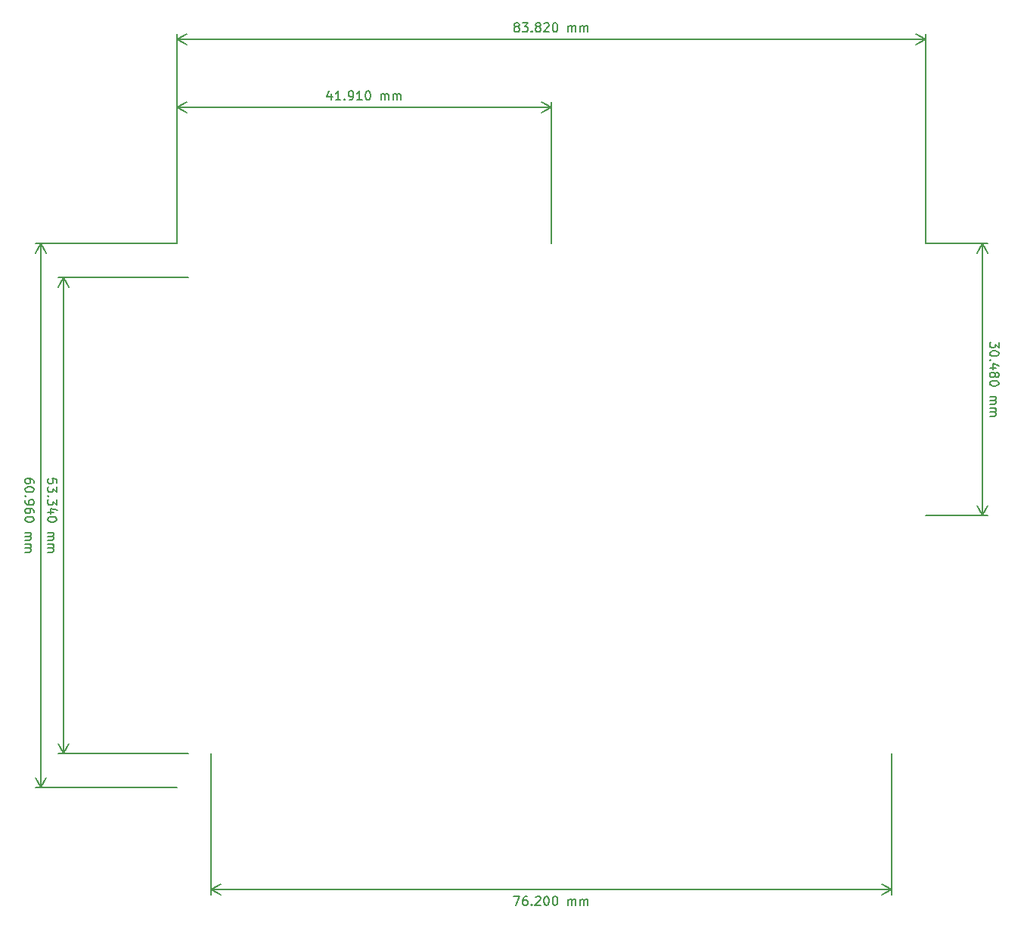
<source format=gbr>
G04 #@! TF.GenerationSoftware,KiCad,Pcbnew,(5.1.9)-1*
G04 #@! TF.CreationDate,2022-04-19T13:51:38+02:00*
G04 #@! TF.ProjectId,thrust_v2,74687275-7374-45f7-9632-2e6b69636164,2.0.3*
G04 #@! TF.SameCoordinates,Original*
G04 #@! TF.FileFunction,OtherDrawing,Comment*
%FSLAX46Y46*%
G04 Gerber Fmt 4.6, Leading zero omitted, Abs format (unit mm)*
G04 Created by KiCad (PCBNEW (5.1.9)-1) date 2022-04-19 13:51:38*
%MOMM*%
%LPD*%
G01*
G04 APERTURE LIST*
%ADD10C,0.150000*%
G04 APERTURE END LIST*
D10*
X139319523Y-139182380D02*
X139986190Y-139182380D01*
X139557619Y-140182380D01*
X140795714Y-139182380D02*
X140605238Y-139182380D01*
X140510000Y-139230000D01*
X140462380Y-139277619D01*
X140367142Y-139420476D01*
X140319523Y-139610952D01*
X140319523Y-139991904D01*
X140367142Y-140087142D01*
X140414761Y-140134761D01*
X140510000Y-140182380D01*
X140700476Y-140182380D01*
X140795714Y-140134761D01*
X140843333Y-140087142D01*
X140890952Y-139991904D01*
X140890952Y-139753809D01*
X140843333Y-139658571D01*
X140795714Y-139610952D01*
X140700476Y-139563333D01*
X140510000Y-139563333D01*
X140414761Y-139610952D01*
X140367142Y-139658571D01*
X140319523Y-139753809D01*
X141319523Y-140087142D02*
X141367142Y-140134761D01*
X141319523Y-140182380D01*
X141271904Y-140134761D01*
X141319523Y-140087142D01*
X141319523Y-140182380D01*
X141748095Y-139277619D02*
X141795714Y-139230000D01*
X141890952Y-139182380D01*
X142129047Y-139182380D01*
X142224285Y-139230000D01*
X142271904Y-139277619D01*
X142319523Y-139372857D01*
X142319523Y-139468095D01*
X142271904Y-139610952D01*
X141700476Y-140182380D01*
X142319523Y-140182380D01*
X142938571Y-139182380D02*
X143033809Y-139182380D01*
X143129047Y-139230000D01*
X143176666Y-139277619D01*
X143224285Y-139372857D01*
X143271904Y-139563333D01*
X143271904Y-139801428D01*
X143224285Y-139991904D01*
X143176666Y-140087142D01*
X143129047Y-140134761D01*
X143033809Y-140182380D01*
X142938571Y-140182380D01*
X142843333Y-140134761D01*
X142795714Y-140087142D01*
X142748095Y-139991904D01*
X142700476Y-139801428D01*
X142700476Y-139563333D01*
X142748095Y-139372857D01*
X142795714Y-139277619D01*
X142843333Y-139230000D01*
X142938571Y-139182380D01*
X143890952Y-139182380D02*
X143986190Y-139182380D01*
X144081428Y-139230000D01*
X144129047Y-139277619D01*
X144176666Y-139372857D01*
X144224285Y-139563333D01*
X144224285Y-139801428D01*
X144176666Y-139991904D01*
X144129047Y-140087142D01*
X144081428Y-140134761D01*
X143986190Y-140182380D01*
X143890952Y-140182380D01*
X143795714Y-140134761D01*
X143748095Y-140087142D01*
X143700476Y-139991904D01*
X143652857Y-139801428D01*
X143652857Y-139563333D01*
X143700476Y-139372857D01*
X143748095Y-139277619D01*
X143795714Y-139230000D01*
X143890952Y-139182380D01*
X145414761Y-140182380D02*
X145414761Y-139515714D01*
X145414761Y-139610952D02*
X145462380Y-139563333D01*
X145557619Y-139515714D01*
X145700476Y-139515714D01*
X145795714Y-139563333D01*
X145843333Y-139658571D01*
X145843333Y-140182380D01*
X145843333Y-139658571D02*
X145890952Y-139563333D01*
X145986190Y-139515714D01*
X146129047Y-139515714D01*
X146224285Y-139563333D01*
X146271904Y-139658571D01*
X146271904Y-140182380D01*
X146748095Y-140182380D02*
X146748095Y-139515714D01*
X146748095Y-139610952D02*
X146795714Y-139563333D01*
X146890952Y-139515714D01*
X147033809Y-139515714D01*
X147129047Y-139563333D01*
X147176666Y-139658571D01*
X147176666Y-140182380D01*
X147176666Y-139658571D02*
X147224285Y-139563333D01*
X147319523Y-139515714D01*
X147462380Y-139515714D01*
X147557619Y-139563333D01*
X147605238Y-139658571D01*
X147605238Y-140182380D01*
X105410000Y-138430000D02*
X181610000Y-138430000D01*
X105410000Y-123190000D02*
X105410000Y-139016421D01*
X181610000Y-123190000D02*
X181610000Y-139016421D01*
X181610000Y-138430000D02*
X180483496Y-139016421D01*
X181610000Y-138430000D02*
X180483496Y-137843579D01*
X105410000Y-138430000D02*
X106536504Y-139016421D01*
X105410000Y-138430000D02*
X106536504Y-137843579D01*
X88147619Y-92900952D02*
X88147619Y-92424761D01*
X87671428Y-92377142D01*
X87719047Y-92424761D01*
X87766666Y-92520000D01*
X87766666Y-92758095D01*
X87719047Y-92853333D01*
X87671428Y-92900952D01*
X87576190Y-92948571D01*
X87338095Y-92948571D01*
X87242857Y-92900952D01*
X87195238Y-92853333D01*
X87147619Y-92758095D01*
X87147619Y-92520000D01*
X87195238Y-92424761D01*
X87242857Y-92377142D01*
X88147619Y-93281904D02*
X88147619Y-93900952D01*
X87766666Y-93567619D01*
X87766666Y-93710476D01*
X87719047Y-93805714D01*
X87671428Y-93853333D01*
X87576190Y-93900952D01*
X87338095Y-93900952D01*
X87242857Y-93853333D01*
X87195238Y-93805714D01*
X87147619Y-93710476D01*
X87147619Y-93424761D01*
X87195238Y-93329523D01*
X87242857Y-93281904D01*
X87242857Y-94329523D02*
X87195238Y-94377142D01*
X87147619Y-94329523D01*
X87195238Y-94281904D01*
X87242857Y-94329523D01*
X87147619Y-94329523D01*
X88147619Y-94710476D02*
X88147619Y-95329523D01*
X87766666Y-94996190D01*
X87766666Y-95139047D01*
X87719047Y-95234285D01*
X87671428Y-95281904D01*
X87576190Y-95329523D01*
X87338095Y-95329523D01*
X87242857Y-95281904D01*
X87195238Y-95234285D01*
X87147619Y-95139047D01*
X87147619Y-94853333D01*
X87195238Y-94758095D01*
X87242857Y-94710476D01*
X87814285Y-96186666D02*
X87147619Y-96186666D01*
X88195238Y-95948571D02*
X87480952Y-95710476D01*
X87480952Y-96329523D01*
X88147619Y-96900952D02*
X88147619Y-96996190D01*
X88100000Y-97091428D01*
X88052380Y-97139047D01*
X87957142Y-97186666D01*
X87766666Y-97234285D01*
X87528571Y-97234285D01*
X87338095Y-97186666D01*
X87242857Y-97139047D01*
X87195238Y-97091428D01*
X87147619Y-96996190D01*
X87147619Y-96900952D01*
X87195238Y-96805714D01*
X87242857Y-96758095D01*
X87338095Y-96710476D01*
X87528571Y-96662857D01*
X87766666Y-96662857D01*
X87957142Y-96710476D01*
X88052380Y-96758095D01*
X88100000Y-96805714D01*
X88147619Y-96900952D01*
X87147619Y-98424761D02*
X87814285Y-98424761D01*
X87719047Y-98424761D02*
X87766666Y-98472380D01*
X87814285Y-98567619D01*
X87814285Y-98710476D01*
X87766666Y-98805714D01*
X87671428Y-98853333D01*
X87147619Y-98853333D01*
X87671428Y-98853333D02*
X87766666Y-98900952D01*
X87814285Y-98996190D01*
X87814285Y-99139047D01*
X87766666Y-99234285D01*
X87671428Y-99281904D01*
X87147619Y-99281904D01*
X87147619Y-99758095D02*
X87814285Y-99758095D01*
X87719047Y-99758095D02*
X87766666Y-99805714D01*
X87814285Y-99900952D01*
X87814285Y-100043809D01*
X87766666Y-100139047D01*
X87671428Y-100186666D01*
X87147619Y-100186666D01*
X87671428Y-100186666D02*
X87766666Y-100234285D01*
X87814285Y-100329523D01*
X87814285Y-100472380D01*
X87766666Y-100567619D01*
X87671428Y-100615238D01*
X87147619Y-100615238D01*
X88900000Y-69850000D02*
X88900000Y-123190000D01*
X102870000Y-69850000D02*
X88313579Y-69850000D01*
X102870000Y-123190000D02*
X88313579Y-123190000D01*
X88900000Y-123190000D02*
X88313579Y-122063496D01*
X88900000Y-123190000D02*
X89486421Y-122063496D01*
X88900000Y-69850000D02*
X88313579Y-70976504D01*
X88900000Y-69850000D02*
X89486421Y-70976504D01*
X118888333Y-49285714D02*
X118888333Y-49952380D01*
X118650238Y-48904761D02*
X118412142Y-49619047D01*
X119031190Y-49619047D01*
X119935952Y-49952380D02*
X119364523Y-49952380D01*
X119650238Y-49952380D02*
X119650238Y-48952380D01*
X119555000Y-49095238D01*
X119459761Y-49190476D01*
X119364523Y-49238095D01*
X120364523Y-49857142D02*
X120412142Y-49904761D01*
X120364523Y-49952380D01*
X120316904Y-49904761D01*
X120364523Y-49857142D01*
X120364523Y-49952380D01*
X120888333Y-49952380D02*
X121078809Y-49952380D01*
X121174047Y-49904761D01*
X121221666Y-49857142D01*
X121316904Y-49714285D01*
X121364523Y-49523809D01*
X121364523Y-49142857D01*
X121316904Y-49047619D01*
X121269285Y-49000000D01*
X121174047Y-48952380D01*
X120983571Y-48952380D01*
X120888333Y-49000000D01*
X120840714Y-49047619D01*
X120793095Y-49142857D01*
X120793095Y-49380952D01*
X120840714Y-49476190D01*
X120888333Y-49523809D01*
X120983571Y-49571428D01*
X121174047Y-49571428D01*
X121269285Y-49523809D01*
X121316904Y-49476190D01*
X121364523Y-49380952D01*
X122316904Y-49952380D02*
X121745476Y-49952380D01*
X122031190Y-49952380D02*
X122031190Y-48952380D01*
X121935952Y-49095238D01*
X121840714Y-49190476D01*
X121745476Y-49238095D01*
X122935952Y-48952380D02*
X123031190Y-48952380D01*
X123126428Y-49000000D01*
X123174047Y-49047619D01*
X123221666Y-49142857D01*
X123269285Y-49333333D01*
X123269285Y-49571428D01*
X123221666Y-49761904D01*
X123174047Y-49857142D01*
X123126428Y-49904761D01*
X123031190Y-49952380D01*
X122935952Y-49952380D01*
X122840714Y-49904761D01*
X122793095Y-49857142D01*
X122745476Y-49761904D01*
X122697857Y-49571428D01*
X122697857Y-49333333D01*
X122745476Y-49142857D01*
X122793095Y-49047619D01*
X122840714Y-49000000D01*
X122935952Y-48952380D01*
X124459761Y-49952380D02*
X124459761Y-49285714D01*
X124459761Y-49380952D02*
X124507380Y-49333333D01*
X124602619Y-49285714D01*
X124745476Y-49285714D01*
X124840714Y-49333333D01*
X124888333Y-49428571D01*
X124888333Y-49952380D01*
X124888333Y-49428571D02*
X124935952Y-49333333D01*
X125031190Y-49285714D01*
X125174047Y-49285714D01*
X125269285Y-49333333D01*
X125316904Y-49428571D01*
X125316904Y-49952380D01*
X125793095Y-49952380D02*
X125793095Y-49285714D01*
X125793095Y-49380952D02*
X125840714Y-49333333D01*
X125935952Y-49285714D01*
X126078809Y-49285714D01*
X126174047Y-49333333D01*
X126221666Y-49428571D01*
X126221666Y-49952380D01*
X126221666Y-49428571D02*
X126269285Y-49333333D01*
X126364523Y-49285714D01*
X126507380Y-49285714D01*
X126602619Y-49333333D01*
X126650238Y-49428571D01*
X126650238Y-49952380D01*
X101600000Y-50800000D02*
X143510000Y-50800000D01*
X101600000Y-66040000D02*
X101600000Y-50213579D01*
X143510000Y-66040000D02*
X143510000Y-50213579D01*
X143510000Y-50800000D02*
X142383496Y-51386421D01*
X143510000Y-50800000D02*
X142383496Y-50213579D01*
X101600000Y-50800000D02*
X102726504Y-51386421D01*
X101600000Y-50800000D02*
X102726504Y-50213579D01*
X193617619Y-77089523D02*
X193617619Y-77708571D01*
X193236666Y-77375238D01*
X193236666Y-77518095D01*
X193189047Y-77613333D01*
X193141428Y-77660952D01*
X193046190Y-77708571D01*
X192808095Y-77708571D01*
X192712857Y-77660952D01*
X192665238Y-77613333D01*
X192617619Y-77518095D01*
X192617619Y-77232380D01*
X192665238Y-77137142D01*
X192712857Y-77089523D01*
X193617619Y-78327619D02*
X193617619Y-78422857D01*
X193570000Y-78518095D01*
X193522380Y-78565714D01*
X193427142Y-78613333D01*
X193236666Y-78660952D01*
X192998571Y-78660952D01*
X192808095Y-78613333D01*
X192712857Y-78565714D01*
X192665238Y-78518095D01*
X192617619Y-78422857D01*
X192617619Y-78327619D01*
X192665238Y-78232380D01*
X192712857Y-78184761D01*
X192808095Y-78137142D01*
X192998571Y-78089523D01*
X193236666Y-78089523D01*
X193427142Y-78137142D01*
X193522380Y-78184761D01*
X193570000Y-78232380D01*
X193617619Y-78327619D01*
X192712857Y-79089523D02*
X192665238Y-79137142D01*
X192617619Y-79089523D01*
X192665238Y-79041904D01*
X192712857Y-79089523D01*
X192617619Y-79089523D01*
X193284285Y-79994285D02*
X192617619Y-79994285D01*
X193665238Y-79756190D02*
X192950952Y-79518095D01*
X192950952Y-80137142D01*
X193189047Y-80660952D02*
X193236666Y-80565714D01*
X193284285Y-80518095D01*
X193379523Y-80470476D01*
X193427142Y-80470476D01*
X193522380Y-80518095D01*
X193570000Y-80565714D01*
X193617619Y-80660952D01*
X193617619Y-80851428D01*
X193570000Y-80946666D01*
X193522380Y-80994285D01*
X193427142Y-81041904D01*
X193379523Y-81041904D01*
X193284285Y-80994285D01*
X193236666Y-80946666D01*
X193189047Y-80851428D01*
X193189047Y-80660952D01*
X193141428Y-80565714D01*
X193093809Y-80518095D01*
X192998571Y-80470476D01*
X192808095Y-80470476D01*
X192712857Y-80518095D01*
X192665238Y-80565714D01*
X192617619Y-80660952D01*
X192617619Y-80851428D01*
X192665238Y-80946666D01*
X192712857Y-80994285D01*
X192808095Y-81041904D01*
X192998571Y-81041904D01*
X193093809Y-80994285D01*
X193141428Y-80946666D01*
X193189047Y-80851428D01*
X193617619Y-81660952D02*
X193617619Y-81756190D01*
X193570000Y-81851428D01*
X193522380Y-81899047D01*
X193427142Y-81946666D01*
X193236666Y-81994285D01*
X192998571Y-81994285D01*
X192808095Y-81946666D01*
X192712857Y-81899047D01*
X192665238Y-81851428D01*
X192617619Y-81756190D01*
X192617619Y-81660952D01*
X192665238Y-81565714D01*
X192712857Y-81518095D01*
X192808095Y-81470476D01*
X192998571Y-81422857D01*
X193236666Y-81422857D01*
X193427142Y-81470476D01*
X193522380Y-81518095D01*
X193570000Y-81565714D01*
X193617619Y-81660952D01*
X192617619Y-83184761D02*
X193284285Y-83184761D01*
X193189047Y-83184761D02*
X193236666Y-83232380D01*
X193284285Y-83327619D01*
X193284285Y-83470476D01*
X193236666Y-83565714D01*
X193141428Y-83613333D01*
X192617619Y-83613333D01*
X193141428Y-83613333D02*
X193236666Y-83660952D01*
X193284285Y-83756190D01*
X193284285Y-83899047D01*
X193236666Y-83994285D01*
X193141428Y-84041904D01*
X192617619Y-84041904D01*
X192617619Y-84518095D02*
X193284285Y-84518095D01*
X193189047Y-84518095D02*
X193236666Y-84565714D01*
X193284285Y-84660952D01*
X193284285Y-84803809D01*
X193236666Y-84899047D01*
X193141428Y-84946666D01*
X192617619Y-84946666D01*
X193141428Y-84946666D02*
X193236666Y-84994285D01*
X193284285Y-85089523D01*
X193284285Y-85232380D01*
X193236666Y-85327619D01*
X193141428Y-85375238D01*
X192617619Y-85375238D01*
X191770000Y-66040000D02*
X191770000Y-96520000D01*
X185420000Y-66040000D02*
X192356421Y-66040000D01*
X185420000Y-96520000D02*
X192356421Y-96520000D01*
X191770000Y-96520000D02*
X191183579Y-95393496D01*
X191770000Y-96520000D02*
X192356421Y-95393496D01*
X191770000Y-66040000D02*
X191183579Y-67166504D01*
X191770000Y-66040000D02*
X192356421Y-67166504D01*
X85607619Y-92853333D02*
X85607619Y-92662857D01*
X85560000Y-92567619D01*
X85512380Y-92520000D01*
X85369523Y-92424761D01*
X85179047Y-92377142D01*
X84798095Y-92377142D01*
X84702857Y-92424761D01*
X84655238Y-92472380D01*
X84607619Y-92567619D01*
X84607619Y-92758095D01*
X84655238Y-92853333D01*
X84702857Y-92900952D01*
X84798095Y-92948571D01*
X85036190Y-92948571D01*
X85131428Y-92900952D01*
X85179047Y-92853333D01*
X85226666Y-92758095D01*
X85226666Y-92567619D01*
X85179047Y-92472380D01*
X85131428Y-92424761D01*
X85036190Y-92377142D01*
X85607619Y-93567619D02*
X85607619Y-93662857D01*
X85560000Y-93758095D01*
X85512380Y-93805714D01*
X85417142Y-93853333D01*
X85226666Y-93900952D01*
X84988571Y-93900952D01*
X84798095Y-93853333D01*
X84702857Y-93805714D01*
X84655238Y-93758095D01*
X84607619Y-93662857D01*
X84607619Y-93567619D01*
X84655238Y-93472380D01*
X84702857Y-93424761D01*
X84798095Y-93377142D01*
X84988571Y-93329523D01*
X85226666Y-93329523D01*
X85417142Y-93377142D01*
X85512380Y-93424761D01*
X85560000Y-93472380D01*
X85607619Y-93567619D01*
X84702857Y-94329523D02*
X84655238Y-94377142D01*
X84607619Y-94329523D01*
X84655238Y-94281904D01*
X84702857Y-94329523D01*
X84607619Y-94329523D01*
X84607619Y-94853333D02*
X84607619Y-95043809D01*
X84655238Y-95139047D01*
X84702857Y-95186666D01*
X84845714Y-95281904D01*
X85036190Y-95329523D01*
X85417142Y-95329523D01*
X85512380Y-95281904D01*
X85560000Y-95234285D01*
X85607619Y-95139047D01*
X85607619Y-94948571D01*
X85560000Y-94853333D01*
X85512380Y-94805714D01*
X85417142Y-94758095D01*
X85179047Y-94758095D01*
X85083809Y-94805714D01*
X85036190Y-94853333D01*
X84988571Y-94948571D01*
X84988571Y-95139047D01*
X85036190Y-95234285D01*
X85083809Y-95281904D01*
X85179047Y-95329523D01*
X85607619Y-96186666D02*
X85607619Y-95996190D01*
X85560000Y-95900952D01*
X85512380Y-95853333D01*
X85369523Y-95758095D01*
X85179047Y-95710476D01*
X84798095Y-95710476D01*
X84702857Y-95758095D01*
X84655238Y-95805714D01*
X84607619Y-95900952D01*
X84607619Y-96091428D01*
X84655238Y-96186666D01*
X84702857Y-96234285D01*
X84798095Y-96281904D01*
X85036190Y-96281904D01*
X85131428Y-96234285D01*
X85179047Y-96186666D01*
X85226666Y-96091428D01*
X85226666Y-95900952D01*
X85179047Y-95805714D01*
X85131428Y-95758095D01*
X85036190Y-95710476D01*
X85607619Y-96900952D02*
X85607619Y-96996190D01*
X85560000Y-97091428D01*
X85512380Y-97139047D01*
X85417142Y-97186666D01*
X85226666Y-97234285D01*
X84988571Y-97234285D01*
X84798095Y-97186666D01*
X84702857Y-97139047D01*
X84655238Y-97091428D01*
X84607619Y-96996190D01*
X84607619Y-96900952D01*
X84655238Y-96805714D01*
X84702857Y-96758095D01*
X84798095Y-96710476D01*
X84988571Y-96662857D01*
X85226666Y-96662857D01*
X85417142Y-96710476D01*
X85512380Y-96758095D01*
X85560000Y-96805714D01*
X85607619Y-96900952D01*
X84607619Y-98424761D02*
X85274285Y-98424761D01*
X85179047Y-98424761D02*
X85226666Y-98472380D01*
X85274285Y-98567619D01*
X85274285Y-98710476D01*
X85226666Y-98805714D01*
X85131428Y-98853333D01*
X84607619Y-98853333D01*
X85131428Y-98853333D02*
X85226666Y-98900952D01*
X85274285Y-98996190D01*
X85274285Y-99139047D01*
X85226666Y-99234285D01*
X85131428Y-99281904D01*
X84607619Y-99281904D01*
X84607619Y-99758095D02*
X85274285Y-99758095D01*
X85179047Y-99758095D02*
X85226666Y-99805714D01*
X85274285Y-99900952D01*
X85274285Y-100043809D01*
X85226666Y-100139047D01*
X85131428Y-100186666D01*
X84607619Y-100186666D01*
X85131428Y-100186666D02*
X85226666Y-100234285D01*
X85274285Y-100329523D01*
X85274285Y-100472380D01*
X85226666Y-100567619D01*
X85131428Y-100615238D01*
X84607619Y-100615238D01*
X86360000Y-66040000D02*
X86360000Y-127000000D01*
X101600000Y-66040000D02*
X85773579Y-66040000D01*
X101600000Y-127000000D02*
X85773579Y-127000000D01*
X86360000Y-127000000D02*
X85773579Y-125873496D01*
X86360000Y-127000000D02*
X86946421Y-125873496D01*
X86360000Y-66040000D02*
X85773579Y-67166504D01*
X86360000Y-66040000D02*
X86946421Y-67166504D01*
X139557619Y-41760952D02*
X139462380Y-41713333D01*
X139414761Y-41665714D01*
X139367142Y-41570476D01*
X139367142Y-41522857D01*
X139414761Y-41427619D01*
X139462380Y-41380000D01*
X139557619Y-41332380D01*
X139748095Y-41332380D01*
X139843333Y-41380000D01*
X139890952Y-41427619D01*
X139938571Y-41522857D01*
X139938571Y-41570476D01*
X139890952Y-41665714D01*
X139843333Y-41713333D01*
X139748095Y-41760952D01*
X139557619Y-41760952D01*
X139462380Y-41808571D01*
X139414761Y-41856190D01*
X139367142Y-41951428D01*
X139367142Y-42141904D01*
X139414761Y-42237142D01*
X139462380Y-42284761D01*
X139557619Y-42332380D01*
X139748095Y-42332380D01*
X139843333Y-42284761D01*
X139890952Y-42237142D01*
X139938571Y-42141904D01*
X139938571Y-41951428D01*
X139890952Y-41856190D01*
X139843333Y-41808571D01*
X139748095Y-41760952D01*
X140271904Y-41332380D02*
X140890952Y-41332380D01*
X140557619Y-41713333D01*
X140700476Y-41713333D01*
X140795714Y-41760952D01*
X140843333Y-41808571D01*
X140890952Y-41903809D01*
X140890952Y-42141904D01*
X140843333Y-42237142D01*
X140795714Y-42284761D01*
X140700476Y-42332380D01*
X140414761Y-42332380D01*
X140319523Y-42284761D01*
X140271904Y-42237142D01*
X141319523Y-42237142D02*
X141367142Y-42284761D01*
X141319523Y-42332380D01*
X141271904Y-42284761D01*
X141319523Y-42237142D01*
X141319523Y-42332380D01*
X141938571Y-41760952D02*
X141843333Y-41713333D01*
X141795714Y-41665714D01*
X141748095Y-41570476D01*
X141748095Y-41522857D01*
X141795714Y-41427619D01*
X141843333Y-41380000D01*
X141938571Y-41332380D01*
X142129047Y-41332380D01*
X142224285Y-41380000D01*
X142271904Y-41427619D01*
X142319523Y-41522857D01*
X142319523Y-41570476D01*
X142271904Y-41665714D01*
X142224285Y-41713333D01*
X142129047Y-41760952D01*
X141938571Y-41760952D01*
X141843333Y-41808571D01*
X141795714Y-41856190D01*
X141748095Y-41951428D01*
X141748095Y-42141904D01*
X141795714Y-42237142D01*
X141843333Y-42284761D01*
X141938571Y-42332380D01*
X142129047Y-42332380D01*
X142224285Y-42284761D01*
X142271904Y-42237142D01*
X142319523Y-42141904D01*
X142319523Y-41951428D01*
X142271904Y-41856190D01*
X142224285Y-41808571D01*
X142129047Y-41760952D01*
X142700476Y-41427619D02*
X142748095Y-41380000D01*
X142843333Y-41332380D01*
X143081428Y-41332380D01*
X143176666Y-41380000D01*
X143224285Y-41427619D01*
X143271904Y-41522857D01*
X143271904Y-41618095D01*
X143224285Y-41760952D01*
X142652857Y-42332380D01*
X143271904Y-42332380D01*
X143890952Y-41332380D02*
X143986190Y-41332380D01*
X144081428Y-41380000D01*
X144129047Y-41427619D01*
X144176666Y-41522857D01*
X144224285Y-41713333D01*
X144224285Y-41951428D01*
X144176666Y-42141904D01*
X144129047Y-42237142D01*
X144081428Y-42284761D01*
X143986190Y-42332380D01*
X143890952Y-42332380D01*
X143795714Y-42284761D01*
X143748095Y-42237142D01*
X143700476Y-42141904D01*
X143652857Y-41951428D01*
X143652857Y-41713333D01*
X143700476Y-41522857D01*
X143748095Y-41427619D01*
X143795714Y-41380000D01*
X143890952Y-41332380D01*
X145414761Y-42332380D02*
X145414761Y-41665714D01*
X145414761Y-41760952D02*
X145462380Y-41713333D01*
X145557619Y-41665714D01*
X145700476Y-41665714D01*
X145795714Y-41713333D01*
X145843333Y-41808571D01*
X145843333Y-42332380D01*
X145843333Y-41808571D02*
X145890952Y-41713333D01*
X145986190Y-41665714D01*
X146129047Y-41665714D01*
X146224285Y-41713333D01*
X146271904Y-41808571D01*
X146271904Y-42332380D01*
X146748095Y-42332380D02*
X146748095Y-41665714D01*
X146748095Y-41760952D02*
X146795714Y-41713333D01*
X146890952Y-41665714D01*
X147033809Y-41665714D01*
X147129047Y-41713333D01*
X147176666Y-41808571D01*
X147176666Y-42332380D01*
X147176666Y-41808571D02*
X147224285Y-41713333D01*
X147319523Y-41665714D01*
X147462380Y-41665714D01*
X147557619Y-41713333D01*
X147605238Y-41808571D01*
X147605238Y-42332380D01*
X101600000Y-43180000D02*
X185420000Y-43180000D01*
X101600000Y-66040000D02*
X101600000Y-42593579D01*
X185420000Y-66040000D02*
X185420000Y-42593579D01*
X185420000Y-43180000D02*
X184293496Y-43766421D01*
X185420000Y-43180000D02*
X184293496Y-42593579D01*
X101600000Y-43180000D02*
X102726504Y-43766421D01*
X101600000Y-43180000D02*
X102726504Y-42593579D01*
M02*

</source>
